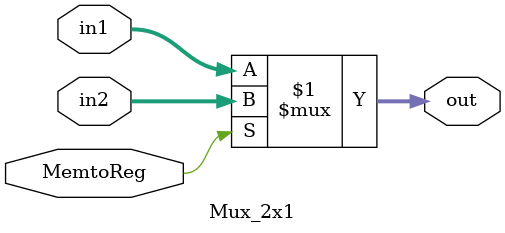
<source format=sv>

module Mux_2x1(
    input logic MemtoReg,
    input logic [31:0] in1,in2,
    output logic [31:0] out
    );
    assign out = MemtoReg ? in2:in1;
endmodule


</source>
